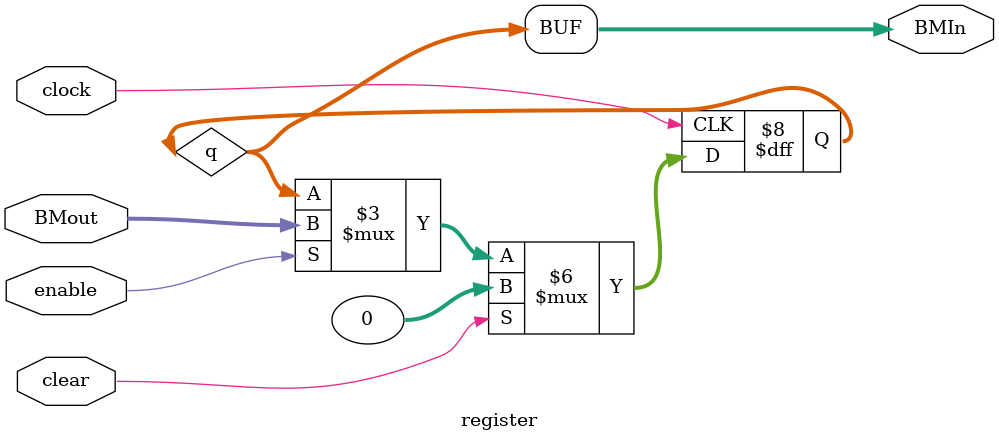
<source format=v>
module register #(parameter DATA_WIDTH_IN = 32, DATA_WIDTH_OUT = 32, INIT = 32'h0)(
	input clear, clock, enable, 
	input [DATA_WIDTH_IN-1:0]BMout,
	output wire [DATA_WIDTH_OUT-1:0]BMIn
);
reg [DATA_WIDTH_IN-1:0]q;
initial q = INIT;
always @ (posedge clock)
		begin 
			if (clear) begin
				q <= {DATA_WIDTH_IN{1'b0}};
			end
			else if (enable) begin
				q <= BMout;
			end
		end
	assign BMIn = q[DATA_WIDTH_OUT-1:0];
endmodule

</source>
